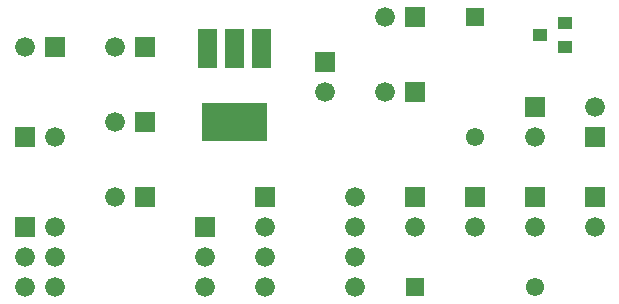
<source format=gbr>
G04 start of page 5 for group -4063 idx -4063 *
G04 Title: IR grenade, componentmask *
G04 Creator: pcb 20110918 *
G04 CreationDate: Fri 01 Mar 2013 06:14:08 PM GMT UTC *
G04 For: kevredon *
G04 Format: Gerber/RS-274X *
G04 PCB-Dimensions: 600000 500000 *
G04 PCB-Coordinate-Origin: lower left *
%MOIN*%
%FSLAX25Y25*%
%LNTOPMASK*%
%ADD37R,0.1280X0.1280*%
%ADD36R,0.0620X0.0620*%
%ADD35R,0.0400X0.0400*%
%ADD34C,0.0610*%
%ADD33C,0.0660*%
%ADD32C,0.0001*%
G54D32*G36*
X26700Y353300D02*Y346700D01*
X33300D01*
Y353300D01*
X26700D01*
G37*
G36*
Y383300D02*Y376700D01*
X33300D01*
Y383300D01*
X26700D01*
G37*
G54D33*X40000Y350000D03*
Y340000D03*
Y330000D03*
X30000Y340000D03*
Y330000D03*
X40000Y380000D03*
G54D32*G36*
X36700Y413300D02*Y406700D01*
X43300D01*
Y413300D01*
X36700D01*
G37*
G54D33*X30000Y410000D03*
G54D32*G36*
X176950Y423050D02*Y416950D01*
X183050D01*
Y423050D01*
X176950D01*
G37*
G36*
X156700Y423300D02*Y416700D01*
X163300D01*
Y423300D01*
X156700D01*
G37*
G54D33*X150000Y420000D03*
G54D34*X180000Y380000D03*
G54D32*G36*
X156700Y398300D02*Y391700D01*
X163300D01*
Y398300D01*
X156700D01*
G37*
G54D33*X150000Y395000D03*
G54D32*G36*
X126700Y408300D02*Y401700D01*
X133300D01*
Y408300D01*
X126700D01*
G37*
G54D33*X130000Y395000D03*
G54D32*G36*
X86700Y353300D02*Y346700D01*
X93300D01*
Y353300D01*
X86700D01*
G37*
G36*
X66700Y363300D02*Y356700D01*
X73300D01*
Y363300D01*
X66700D01*
G37*
G54D33*X90000Y340000D03*
Y330000D03*
G54D32*G36*
X106700Y363300D02*Y356700D01*
X113300D01*
Y363300D01*
X106700D01*
G37*
G54D33*X110000Y350000D03*
Y340000D03*
Y330000D03*
X60000Y360000D03*
G54D32*G36*
X66700Y388300D02*Y381700D01*
X73300D01*
Y388300D01*
X66700D01*
G37*
G54D33*X60000Y385000D03*
G54D32*G36*
X66700Y413300D02*Y406700D01*
X73300D01*
Y413300D01*
X66700D01*
G37*
G54D33*X60000Y410000D03*
G54D32*G36*
X216700Y363300D02*Y356700D01*
X223300D01*
Y363300D01*
X216700D01*
G37*
G54D33*X220000Y350000D03*
G54D32*G36*
X216700Y383300D02*Y376700D01*
X223300D01*
Y383300D01*
X216700D01*
G37*
G54D33*X220000Y390000D03*
G54D34*X200000Y330000D03*
G54D32*G36*
X196700Y393300D02*Y386700D01*
X203300D01*
Y393300D01*
X196700D01*
G37*
G54D33*X200000Y380000D03*
G54D32*G36*
X196700Y363300D02*Y356700D01*
X203300D01*
Y363300D01*
X196700D01*
G37*
G54D33*X200000Y350000D03*
G54D32*G36*
X176700Y363300D02*Y356700D01*
X183300D01*
Y363300D01*
X176700D01*
G37*
G54D33*X180000Y350000D03*
G54D32*G36*
X156700Y363300D02*Y356700D01*
X163300D01*
Y363300D01*
X156700D01*
G37*
G54D33*X160000Y350000D03*
G54D32*G36*
X156950Y333050D02*Y326950D01*
X163050D01*
Y333050D01*
X156950D01*
G37*
G54D33*X140000Y330000D03*
Y340000D03*
Y350000D03*
Y360000D03*
G54D35*X209700Y410000D02*X210300D01*
X209700Y417800D02*X210300D01*
X201500Y413900D02*X202100D01*
G54D36*X109000Y412700D02*Y406100D01*
X100000Y412700D02*Y406100D01*
X90900Y412700D02*Y406100D01*
G54D37*X95500Y385000D02*X104500D01*
M02*

</source>
